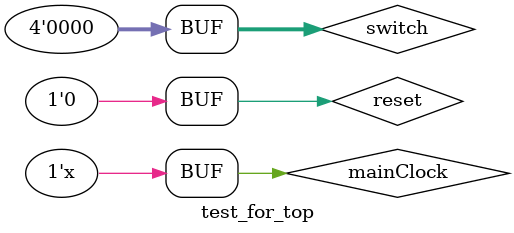
<source format=v>
`timescale 1ns / 1ps


module test_for_top;

	// Inputs
	reg mainClock;
	reg reset;
	reg [3:0] switch;

	// Outputs
	wire [7:0] LED;

	// Instantiate the Unit Under Test (UUT)
	top uut (
		.mainClock(mainClock), 
		.switch(switch), 
		.LED(LED),
		.reset(reset)
	);
	always #(1000) mainClock = ~mainClock;
	initial begin
		// Initialize Inputs
		mainClock = 0;
		switch = 0;
		reset = 0;

		// Wait 100 ns for global reset to finish
		#1000;
        
		// Add stimulus here
		//	#100 reset = 1;
		// #100 reset =0;
	end
      
endmodule


</source>
